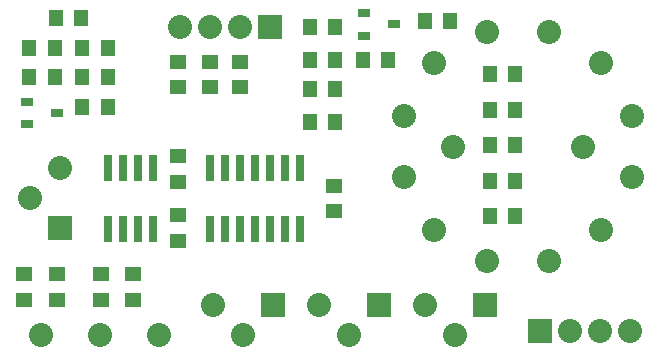
<source format=gts>
G04 (created by PCBNEW (2013-03-31 BZR 4008)-stable) date 2013-10-21 1:47:18 PM*
%MOIN*%
G04 Gerber Fmt 3.4, Leading zero omitted, Abs format*
%FSLAX34Y34*%
G01*
G70*
G90*
G04 APERTURE LIST*
%ADD10C,0.006*%
%ADD11C,0.0802748*%
%ADD12R,0.0409748X0.0291748*%
%ADD13R,0.0565748X0.0465748*%
%ADD14R,0.0465748X0.0565748*%
%ADD15R,0.0802748X0.0802748*%
%ADD16R,0.0251748X0.0881748*%
%ADD17C,0.080315*%
G04 APERTURE END LIST*
G54D10*
G54D11*
X13543Y-19133D03*
X11574Y-19133D03*
X15511Y-19133D03*
G54D12*
X12114Y-11712D03*
X11114Y-12087D03*
X11114Y-11337D03*
G54D13*
X16141Y-15126D03*
X16141Y-15976D03*
X16141Y-13157D03*
X16141Y-14007D03*
X17224Y-10858D03*
X17224Y-10008D03*
G54D14*
X26543Y-15157D03*
X27393Y-15157D03*
X26543Y-13976D03*
X27393Y-13976D03*
X26543Y-12795D03*
X27393Y-12795D03*
X26543Y-11614D03*
X27393Y-11614D03*
X26543Y-10433D03*
X27393Y-10433D03*
X12960Y-11515D03*
X13810Y-11515D03*
X11189Y-9547D03*
X12039Y-9547D03*
X12960Y-9547D03*
X13810Y-9547D03*
G54D13*
X18208Y-10858D03*
X18208Y-10008D03*
X21358Y-14141D03*
X21358Y-14991D03*
X14665Y-17094D03*
X14665Y-17944D03*
G54D14*
X12960Y-10531D03*
X13810Y-10531D03*
G54D13*
X13582Y-17944D03*
X13582Y-17094D03*
G54D14*
X11189Y-10531D03*
X12039Y-10531D03*
X12075Y-8562D03*
X12925Y-8562D03*
G54D15*
X19216Y-8858D03*
G54D11*
X18216Y-8858D03*
X17216Y-8858D03*
X16216Y-8858D03*
G54D16*
X17200Y-15589D03*
X17700Y-15589D03*
X18200Y-15589D03*
X18700Y-15589D03*
X19200Y-15589D03*
X19700Y-15589D03*
X20200Y-15589D03*
X20200Y-13543D03*
X19700Y-13543D03*
X19200Y-13543D03*
X18700Y-13543D03*
X18200Y-13543D03*
X17700Y-13543D03*
X17200Y-13543D03*
G54D17*
X23677Y-11814D03*
X24696Y-10051D03*
X26460Y-9031D03*
X28500Y-9031D03*
X30263Y-10051D03*
X31283Y-11814D03*
X29645Y-12834D03*
X25314Y-12834D03*
X23677Y-13854D03*
X24696Y-15618D03*
X26460Y-16637D03*
X28500Y-16637D03*
X30263Y-15618D03*
X31283Y-13854D03*
G54D12*
X23334Y-8759D03*
X22334Y-9134D03*
X22334Y-8384D03*
G54D14*
X22311Y-9940D03*
X23161Y-9940D03*
X24378Y-8661D03*
X25228Y-8661D03*
X21389Y-12007D03*
X20539Y-12007D03*
X20539Y-9940D03*
X21389Y-9940D03*
X21389Y-10925D03*
X20539Y-10925D03*
X20539Y-8858D03*
X21389Y-8858D03*
G54D16*
X15316Y-13543D03*
X14816Y-13543D03*
X14316Y-13543D03*
X13816Y-13543D03*
X13816Y-15589D03*
X14316Y-15589D03*
X14816Y-15589D03*
X15316Y-15589D03*
G54D11*
X18307Y-19110D03*
X17307Y-18110D03*
G54D15*
X19307Y-18110D03*
G54D11*
X21850Y-19110D03*
X20850Y-18110D03*
G54D15*
X22850Y-18110D03*
G54D11*
X25393Y-19110D03*
X24393Y-18110D03*
G54D15*
X26393Y-18110D03*
G54D11*
X11204Y-14566D03*
X12204Y-13566D03*
G54D15*
X12204Y-15566D03*
G54D13*
X12106Y-17944D03*
X12106Y-17094D03*
X11023Y-17944D03*
X11023Y-17094D03*
X16141Y-10858D03*
X16141Y-10008D03*
G54D15*
X28224Y-18996D03*
G54D11*
X29224Y-18996D03*
X30224Y-18996D03*
X31224Y-18996D03*
M02*

</source>
